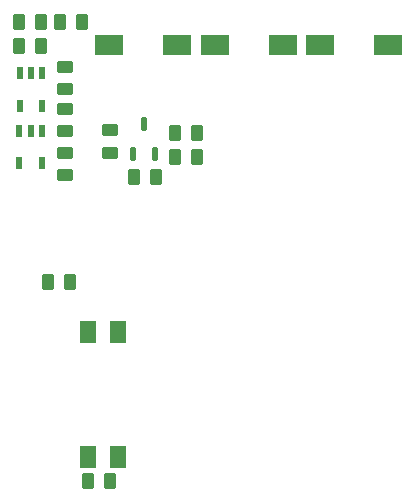
<source format=gbp>
G04*
G04 #@! TF.GenerationSoftware,Altium Limited,Altium Designer,23.10.1 (27)*
G04*
G04 Layer_Color=128*
%FSLAX25Y25*%
%MOIN*%
G70*
G04*
G04 #@! TF.SameCoordinates,C0C592A9-96B4-4F53-9DEC-7EA94FB758FA*
G04*
G04*
G04 #@! TF.FilePolarity,Positive*
G04*
G01*
G75*
G04:AMPARAMS|DCode=16|XSize=39.37mil|YSize=55.91mil|CornerRadius=4.92mil|HoleSize=0mil|Usage=FLASHONLY|Rotation=0.000|XOffset=0mil|YOffset=0mil|HoleType=Round|Shape=RoundedRectangle|*
%AMROUNDEDRECTD16*
21,1,0.03937,0.04606,0,0,0.0*
21,1,0.02953,0.05591,0,0,0.0*
1,1,0.00984,0.01476,-0.02303*
1,1,0.00984,-0.01476,-0.02303*
1,1,0.00984,-0.01476,0.02303*
1,1,0.00984,0.01476,0.02303*
%
%ADD16ROUNDEDRECTD16*%
G04:AMPARAMS|DCode=25|XSize=39.37mil|YSize=55.91mil|CornerRadius=4.92mil|HoleSize=0mil|Usage=FLASHONLY|Rotation=90.000|XOffset=0mil|YOffset=0mil|HoleType=Round|Shape=RoundedRectangle|*
%AMROUNDEDRECTD25*
21,1,0.03937,0.04606,0,0,90.0*
21,1,0.02953,0.05591,0,0,90.0*
1,1,0.00984,0.02303,0.01476*
1,1,0.00984,0.02303,-0.01476*
1,1,0.00984,-0.02303,-0.01476*
1,1,0.00984,-0.02303,0.01476*
%
%ADD25ROUNDEDRECTD25*%
%ADD49R,0.05200X0.07200*%
%ADD50R,0.02000X0.03850*%
G04:AMPARAMS|DCode=51|XSize=47.64mil|YSize=23.23mil|CornerRadius=5.81mil|HoleSize=0mil|Usage=FLASHONLY|Rotation=270.000|XOffset=0mil|YOffset=0mil|HoleType=Round|Shape=RoundedRectangle|*
%AMROUNDEDRECTD51*
21,1,0.04764,0.01161,0,0,270.0*
21,1,0.03602,0.02323,0,0,270.0*
1,1,0.01161,-0.00581,-0.01801*
1,1,0.01161,-0.00581,0.01801*
1,1,0.01161,0.00581,0.01801*
1,1,0.01161,0.00581,-0.01801*
%
%ADD51ROUNDEDRECTD51*%
%ADD52R,0.09700X0.06700*%
D16*
X163119Y298900D02*
D03*
X170481D02*
D03*
X174400Y385600D02*
D03*
X167038D02*
D03*
X160800D02*
D03*
X153438D02*
D03*
X205419Y340500D02*
D03*
X212781D02*
D03*
X176438Y232600D02*
D03*
X183800D02*
D03*
X191738Y333800D02*
D03*
X199100D02*
D03*
X153419Y377600D02*
D03*
X160781D02*
D03*
X212781Y348600D02*
D03*
X205419D02*
D03*
D25*
X183600Y349300D02*
D03*
Y341938D02*
D03*
X168799Y349019D02*
D03*
Y356381D02*
D03*
Y334500D02*
D03*
Y341862D02*
D03*
Y370600D02*
D03*
Y363238D02*
D03*
D49*
X176300Y282000D02*
D03*
X186300D02*
D03*
Y240400D02*
D03*
X176300D02*
D03*
D50*
X153520Y357550D02*
D03*
X161000D02*
D03*
Y368300D02*
D03*
X157260D02*
D03*
X153520D02*
D03*
X153460Y338525D02*
D03*
X160940D02*
D03*
Y349275D02*
D03*
X157200D02*
D03*
X153460D02*
D03*
D51*
X195000Y351300D02*
D03*
X191260Y341418D02*
D03*
X198740D02*
D03*
D52*
X241300Y377900D02*
D03*
X218700D02*
D03*
X276200D02*
D03*
X253600D02*
D03*
X206000D02*
D03*
X183400D02*
D03*
M02*

</source>
